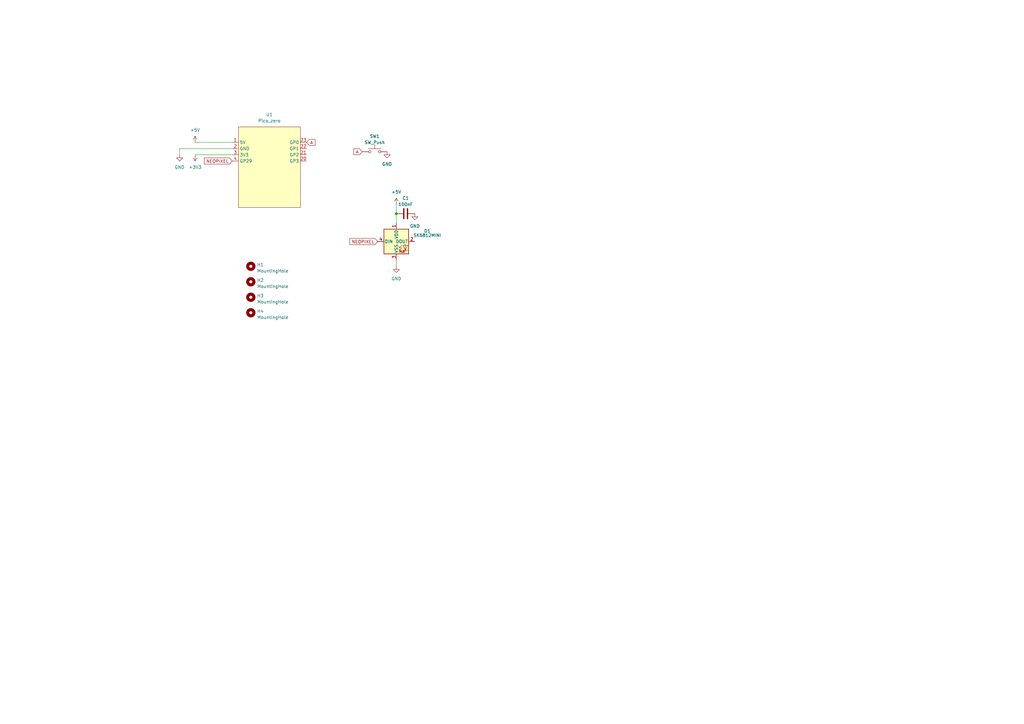
<source format=kicad_sch>
(kicad_sch (version 20230121) (generator eeschema)
  (paper "A3")
  (lib_symbols
    (symbol "Device:C" (pin_numbers hide) (pin_names (offset 0.254))
      (property "Reference" "C" (at 0.635 2.54 0))
      (property "Value" "C" (at 0.635 -2.54 0))
      (symbol "C_0_1"
        (polyline (pts (xy -2.032 -0.762) (xy 2.032 -0.762)) (stroke (width 0.508)))
        (polyline (pts (xy -2.032 0.762) (xy 2.032 0.762)) (stroke (width 0.508)))
      )
      (symbol "C_1_1"
        (pin passive line (at 0 3.81 270) (length 2.794) (name "~") (number "1"))
        (pin passive line (at 0 -3.81 90) (length 2.794) (name "~") (number "2"))
      )
    )
    (symbol "LED:WS2812B" (pin_names (offset 0.254))
      (property "Reference" "D" (at 5.08 5.715 0))
      (property "Value" "WS2812B" (at 1.27 -5.715 0))
      (symbol "WS2812B_0_0"
        (text "RGB" (at 2.286 -4.191 0) (effects (font (size 0.762 0.762))))
      )
      (symbol "WS2812B_0_1"
        (polyline (pts (xy 1.27 -3.556) (xy 1.778 -3.556)))
        (polyline (pts (xy 1.27 -2.54) (xy 1.778 -2.54)))
        (polyline (pts (xy 4.699 -3.556) (xy 2.667 -3.556)))
        (polyline (pts (xy 2.286 -2.54) (xy 1.27 -3.556) (xy 1.27 -3.048)))
        (polyline (pts (xy 2.286 -1.524) (xy 1.27 -2.54) (xy 1.27 -2.032)))
        (polyline (pts (xy 3.683 -1.016) (xy 3.683 -3.556) (xy 3.683 -4.064)))
        (polyline (pts (xy 4.699 -1.524) (xy 2.667 -1.524) (xy 3.683 -3.556) (xy 4.699 -1.524)))
        (rectangle (start 5.08 5.08) (end -5.08 -5.08) (stroke (width 0.254)) (fill (type background)))
      )
      (symbol "WS2812B_1_1"
        (pin power_in line (at 0 7.62 270) (length 2.54) (name "VDD") (number "1"))
        (pin output line (at 7.62 0 180) (length 2.54) (name "DOUT") (number "2"))
        (pin power_in line (at 0 -7.62 90) (length 2.54) (name "VSS") (number "3"))
        (pin input line (at -7.62 0 0) (length 2.54) (name "DIN") (number "4"))
      )
    )
    (symbol "Mechanical:MountingHole" (pin_names (offset 1.016))
      (property "Reference" "H" (at 0 5.08 0))
      (property "Value" "MountingHole" (at 0 3.175 0))
      (symbol "MountingHole_0_1"
        (circle (center 0 0) (radius 1.27) (stroke (width 1.27)))
      )
    )
    (symbol "My_Library:Pico_zero_lite"
      (property "Reference" "U" (at -11.43 17.78 0))
      (property "Value" "Pico_zero" (at 0 1.27 0))
      (symbol "Pico_zero_lite_0_1"
        (rectangle (start -12.7 16.51) (end 12.7 -16.51) (fill (type background)))
      )
      (symbol "Pico_zero_lite_1_1"
        (pin input line (at -15.24 10.16 0) (length 2.54) (name "5V") (number "1"))
        (pin input line (at -15.24 7.62 0) (length 2.54) (name "GND") (number "2"))
        (pin input line (at 15.24 2.54 180) (length 2.54) (name "GP3") (number "20"))
        (pin input line (at 15.24 5.08 180) (length 2.54) (name "GP2") (number "21"))
        (pin input line (at 15.24 7.62 180) (length 2.54) (name "GP1") (number "22"))
        (pin input line (at 15.24 10.16 180) (length 2.54) (name "GP0") (number "23"))
        (pin input line (at -15.24 5.08 0) (length 2.54) (name "3V3") (number "3"))
        (pin input line (at -15.24 2.54 0) (length 2.54) (name "GP29") (number "4"))
      )
    )
    (symbol "Switch:SW_Push" (pin_numbers hide) (pin_names (offset 1.016) hide)
      (property "Reference" "SW" (at 1.27 2.54 0))
      (property "Value" "SW_Push" (at 0 -1.524 0))
      (symbol "SW_Push_0_1"
        (circle (center -2.032 0) (radius 0.508))
        (polyline (pts (xy 0 1.27) (xy 0 3.048)))
        (polyline (pts (xy 2.54 1.27) (xy -2.54 1.27)))
        (circle (center 2.032 0) (radius 0.508))
        (pin passive line (at -5.08 0 0) (length 2.54) (name "1") (number "1"))
        (pin passive line (at 5.08 0 180) (length 2.54) (name "2") (number "2"))
      )
    )
    (symbol "power:+3.3V" (power) (pin_names (offset 0))
      (property "Value" "+3.3V" (at 0 3.556 0))
      (symbol "+3.3V_0_1"
        (polyline (pts (xy -0.762 1.27) (xy 0 2.54)))
        (polyline (pts (xy 0 0) (xy 0 2.54)))
        (polyline (pts (xy 0 2.54) (xy 0.762 1.27)))
      )
      (symbol "+3.3V_1_1"
        (pin power_in line (at 0 0 90) (length 0) hide (name "+3V3") (number "1"))
      )
    )
    (symbol "power:+5V" (power) (pin_names (offset 0))
      (property "Value" "+5V" (at 0 3.556 0))
      (symbol "+5V_0_1"
        (polyline (pts (xy -0.762 1.27) (xy 0 2.54)))
        (polyline (pts (xy 0 0) (xy 0 2.54)))
        (polyline (pts (xy 0 2.54) (xy 0.762 1.27)))
      )
      (symbol "+5V_1_1"
        (pin power_in line (at 0 0 90) (length 0) hide (name "+5V") (number "1"))
      )
    )
    (symbol "power:GND" (power) (pin_names (offset 0))
      (property "Value" "GND" (at 0 -3.81 0))
      (symbol "GND_0_1"
        (polyline (pts (xy 0 0) (xy 0 -1.27) (xy 1.27 -1.27) (xy 0 -2.54) (xy -1.27 -1.27) (xy 0 -1.27)))
      )
      (symbol "GND_1_1"
        (pin power_in line (at 0 0 270) (length 0) hide (name "GND") (number "1"))
      )
    )
  )
  (junction (at 162.56 87.63))
  (wire (pts (xy 73.66 60.96) (xy 95.25 60.96)))
  (wire (pts (xy 80.01 63.5) (xy 95.25 63.5)))
  (wire (pts (xy 95.25 58.42) (xy 80.01 58.42)))
  (wire (pts (xy 73.66 60.96) (xy 73.66 63.5)))
  (wire (pts (xy 162.56 106.68) (xy 162.56 109.22)))
  (wire (pts (xy 162.56 87.63) (xy 162.56 91.44)))
  (wire (pts (xy 162.56 83.82) (xy 162.56 87.63)))
  (global_label "A" (shape input) (at 148.59 62.23 180) (property "Intersheetrefs" "${INTERSHEET_REFS}" (effects hide)))
  (global_label "NEOPIXEL" (shape input) (at 154.94 99.06 180) (property "Intersheetrefs" "${INTERSHEET_REFS}" (effects hide)))
  (global_label "NEOPIXEL" (shape input) (at 95.25 66.04 180) (property "Intersheetrefs" "${INTERSHEET_REFS}" (effects hide)))
  (global_label "A" (shape input) (at 125.73 58.42 0) (property "Intersheetrefs" "${INTERSHEET_REFS}" (effects hide)))
  (symbol (lib_id "power:+5V") (at 80.01 58.42 0) (unit 1)
    (property "Reference" "#PWR02" (effects hide))
    (property "Value" "+5V" (at 80.01 53.34 0))
  )
  (symbol (lib_id "Mechanical:MountingHole") (at 102.87 109.22 0) (unit 1)
    (property "Reference" "H1" (at 105.41 108.585 0) (effects (justify left)))
    (property "Value" "MountingHole" (at 105.41 111.125 0) (effects (justify left)))
    (property "Footprint" "MountingHole:MountingHole_3.2mm_M3_DIN965_Pad_TopBottom" (effects hide))
  )
  (symbol (lib_id "power:GND") (at 162.56 109.22 0) (unit 1)
    (property "Reference" "#PWR037" (effects hide))
    (property "Value" "GND" (at 162.56 114.3 0))
  )
  (symbol (lib_id "power:+3.3V") (at 80.01 63.5 180) (unit 1)
    (property "Reference" "#PWR03" (effects hide))
    (property "Value" "+3.3V" (at 80.01 68.58 0))
  )
  (symbol (lib_id "Mechanical:MountingHole") (at 102.87 128.27 0) (unit 1)
    (property "Reference" "H4" (at 105.41 127.635 0) (effects (justify left)))
    (property "Value" "MountingHole" (at 105.41 130.175 0) (effects (justify left)))
    (property "Footprint" "MountingHole:MountingHole_3.2mm_M3_DIN965_Pad_TopBottom" (effects hide))
  )
  (symbol (lib_id "power:GND") (at 170.18 87.63 0) (unit 1)
    (property "Reference" "#PWR038" (effects hide))
    (property "Value" "GND" (at 170.18 92.71 0))
  )
  (symbol (lib_id "Switch:SW_Push") (at 153.67 62.23 0) (unit 1)
    (property "Reference" "SW1" (at 153.67 55.88 0))
    (property "Value" "SW_Push" (at 153.67 58.42 0))
    (property "Footprint" "My_Library:SW_Hotswap_Kailh_MX_1.25u" (effects hide))
  )
  (symbol (lib_id "power:GND") (at 73.66 63.5 0) (unit 1)
    (property "Reference" "#PWR01" (effects hide))
    (property "Value" "GND" (at 73.66 68.58 0))
  )
  (symbol (lib_id "My_Library:Pico_zero_lite") (at 110.49 68.58 0) (unit 1)
    (property "Reference" "U1" (at 110.49 46.99 0))
    (property "Value" "Pico_zero" (at 110.49 49.53 0))
    (property "Footprint" "My_Library:Pico_Zero_TH_lite" (effects hide))
    (property "LCSC Part" "C5350143" (effects hide))
  )
  (symbol (lib_id "LED:WS2812B") (at 162.56 99.06 0) (unit 1)
    (property "Reference" "D1" (at 175.26 94.7293 0))
    (property "Value" "SK6812MINI" (at 175.26 96.52 0))
    (property "Footprint" "My_Library:SK6812-MINI-E" (effects hide))
    (property "Datasheet" "https://cdn-shop.adafruit.com/datasheets/WS2812B.pdf" (effects hide))
    (property "LCSC Part" "C5149201" (effects hide))
  )
  (symbol (lib_id "power:+5V") (at 162.56 83.82 0) (unit 1)
    (property "Reference" "#PWR036" (effects hide))
    (property "Value" "+5V" (at 162.56 78.74 0))
  )
  (symbol (lib_id "Mechanical:MountingHole") (at 102.87 121.92 0) (unit 1)
    (property "Reference" "H3" (at 105.41 121.285 0) (effects (justify left)))
    (property "Value" "MountingHole" (at 105.41 123.825 0) (effects (justify left)))
    (property "Footprint" "MountingHole:MountingHole_3.2mm_M3_DIN965_Pad_TopBottom" (effects hide))
  )
  (symbol (lib_id "power:GND") (at 158.75 62.23 0) (unit 1)
    (property "Reference" "#PWR06" (effects hide))
    (property "Value" "GND" (at 158.75 67.31 0))
  )
  (symbol (lib_id "Mechanical:MountingHole") (at 102.87 115.57 0) (unit 1)
    (property "Reference" "H2" (at 105.41 114.935 0) (effects (justify left)))
    (property "Value" "MountingHole" (at 105.41 117.475 0) (effects (justify left)))
    (property "Footprint" "MountingHole:MountingHole_3.2mm_M3_DIN965_Pad_TopBottom" (effects hide))
  )
  (symbol (lib_id "Device:C") (at 166.37 87.63 270) (unit 1)
    (property "Reference" "C1" (at 166.37 81.28 90))
    (property "Value" "100nF" (at 166.37 83.82 90))
    (property "Footprint" "Capacitor_SMD:C_0805_2012Metric_Pad1.18x1.45mm_HandSolder" (effects hide))
    (property "LCSC Part" "C38141" (effects hide))
  )
)
</source>
